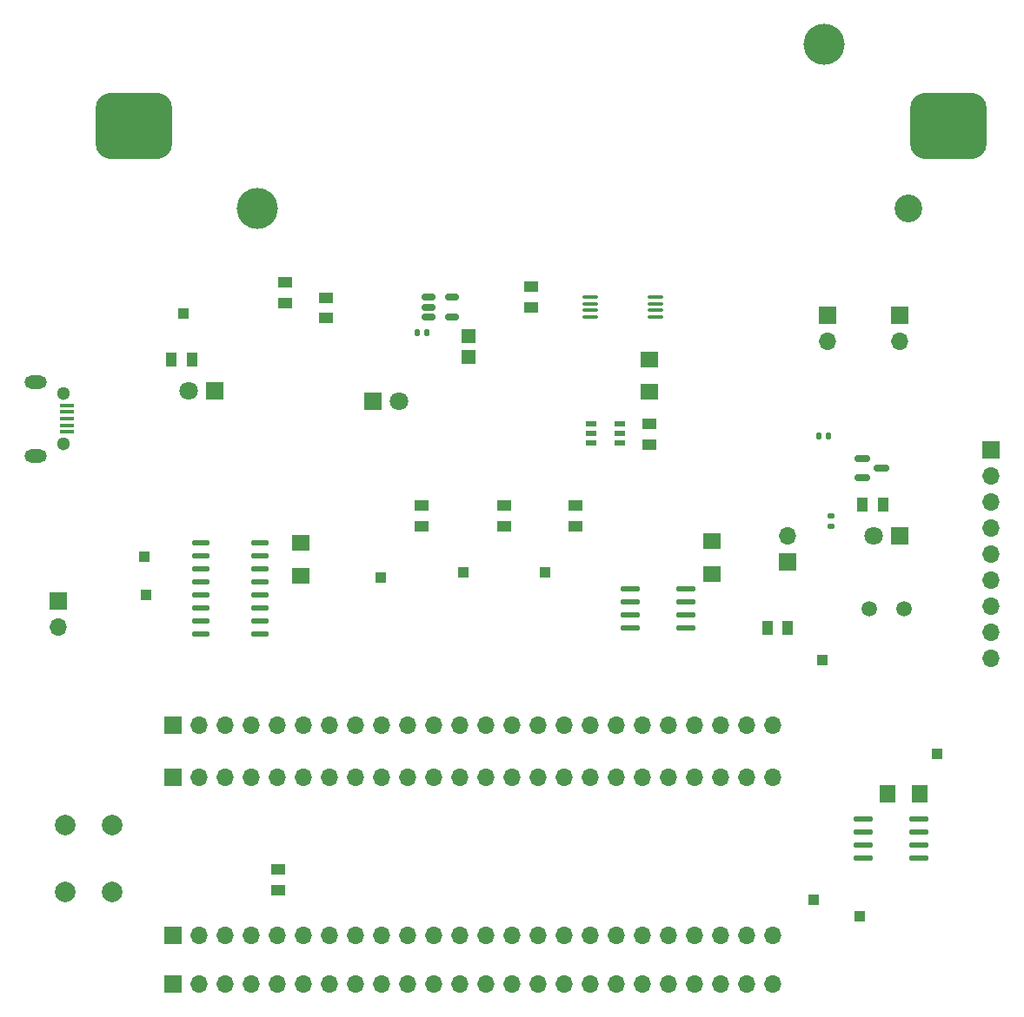
<source format=gbr>
%TF.GenerationSoftware,KiCad,Pcbnew,(7.0.0)*%
%TF.CreationDate,2023-04-24T10:58:27+02:00*%
%TF.ProjectId,Main Schematic,4d61696e-2053-4636-9865-6d617469632e,rev?*%
%TF.SameCoordinates,Original*%
%TF.FileFunction,Soldermask,Top*%
%TF.FilePolarity,Negative*%
%FSLAX46Y46*%
G04 Gerber Fmt 4.6, Leading zero omitted, Abs format (unit mm)*
G04 Created by KiCad (PCBNEW (7.0.0)) date 2023-04-24 10:58:27*
%MOMM*%
%LPD*%
G01*
G04 APERTURE LIST*
G04 Aperture macros list*
%AMRoundRect*
0 Rectangle with rounded corners*
0 $1 Rounding radius*
0 $2 $3 $4 $5 $6 $7 $8 $9 X,Y pos of 4 corners*
0 Add a 4 corners polygon primitive as box body*
4,1,4,$2,$3,$4,$5,$6,$7,$8,$9,$2,$3,0*
0 Add four circle primitives for the rounded corners*
1,1,$1+$1,$2,$3*
1,1,$1+$1,$4,$5*
1,1,$1+$1,$6,$7*
1,1,$1+$1,$8,$9*
0 Add four rect primitives between the rounded corners*
20,1,$1+$1,$2,$3,$4,$5,0*
20,1,$1+$1,$4,$5,$6,$7,0*
20,1,$1+$1,$6,$7,$8,$9,0*
20,1,$1+$1,$8,$9,$2,$3,0*%
G04 Aperture macros list end*
%ADD10R,1.000000X0.550013*%
%ADD11R,1.700000X1.700000*%
%ADD12O,1.700000X1.700000*%
%ADD13C,4.000000*%
%ADD14C,2.700000*%
%ADD15RoundRect,1.625000X-2.125000X-1.625000X2.125000X-1.625000X2.125000X1.625000X-2.125000X1.625000X0*%
%ADD16R,1.727991X1.485014*%
%ADD17R,1.000000X1.000000*%
%ADD18R,1.350013X1.410008*%
%ADD19RoundRect,0.150000X-0.512500X-0.150000X0.512500X-0.150000X0.512500X0.150000X-0.512500X0.150000X0*%
%ADD20R,1.132537X1.377013*%
%ADD21R,1.377013X1.132537*%
%ADD22RoundRect,0.140000X0.140000X0.170000X-0.140000X0.170000X-0.140000X-0.170000X0.140000X-0.170000X0*%
%ADD23RoundRect,0.140000X-0.170000X0.140000X-0.170000X-0.140000X0.170000X-0.140000X0.170000X0.140000X0*%
%ADD24R,1.485014X1.727991*%
%ADD25O,1.950216X0.568402*%
%ADD26R,1.800000X1.800000*%
%ADD27C,1.800000*%
%ADD28RoundRect,0.150000X-0.587500X-0.150000X0.587500X-0.150000X0.587500X0.150000X-0.587500X0.150000X0*%
%ADD29O,1.500000X0.400000*%
%ADD30R,1.400000X0.400000*%
%ADD31C,1.300000*%
%ADD32O,2.200000X1.300000*%
%ADD33O,1.745009X0.559995*%
%ADD34C,2.000000*%
%ADD35C,1.500000*%
G04 APERTURE END LIST*
D10*
%TO.C,IC1*%
X156812885Y-79109186D03*
X156812885Y-80059148D03*
X156812885Y-81009110D03*
X159612987Y-81009110D03*
X159612987Y-80059148D03*
X159612987Y-79109186D03*
%TD*%
D11*
%TO.C,J7*%
X104912885Y-96369186D03*
D12*
X104912885Y-98909186D03*
%TD*%
D13*
%TO.C,BT1*%
X124312886Y-58109187D03*
X179512886Y-42109187D03*
D14*
X187732886Y-58109187D03*
D15*
X191562886Y-50109187D03*
X112262886Y-50109187D03*
%TD*%
D16*
%TO.C,C6*%
X168528999Y-90540833D03*
X168528999Y-93725999D03*
%TD*%
%TO.C,C5*%
X162432999Y-76014582D03*
X162432999Y-72829416D03*
%TD*%
D17*
%TO.C,TP6*%
X113259999Y-92029999D03*
%TD*%
D18*
%TO.C,C3*%
X144879999Y-70589999D03*
X144879999Y-72589999D03*
%TD*%
D16*
%TO.C,C7*%
X128523999Y-90736416D03*
X128523999Y-93921582D03*
%TD*%
D19*
%TO.C,U2*%
X140982886Y-66779187D03*
X140982886Y-67729187D03*
X140982886Y-68679187D03*
X143257886Y-68679187D03*
X143257886Y-66779187D03*
%TD*%
D20*
%TO.C,R9*%
X173959999Y-98989999D03*
X175959999Y-98989999D03*
%TD*%
D21*
%TO.C,R2*%
X126980091Y-65326760D03*
X126980091Y-67326760D03*
%TD*%
D22*
%TO.C,C1*%
X179940000Y-80270000D03*
X178980000Y-80270000D03*
%TD*%
D23*
%TO.C,C2*%
X180175386Y-88109187D03*
X180175386Y-89069187D03*
%TD*%
D24*
%TO.C,C8*%
X188815165Y-115189999D03*
X185629999Y-115189999D03*
%TD*%
D21*
%TO.C,R7*%
X148312885Y-87109186D03*
X148312885Y-89109186D03*
%TD*%
D25*
%TO.C,U4*%
X183314894Y-117604995D03*
X183314894Y-118874998D03*
X183314894Y-120145000D03*
X183314894Y-121415003D03*
X188725104Y-121415003D03*
X188725104Y-120145000D03*
X188725104Y-118874998D03*
X188725104Y-117604995D03*
%TD*%
D26*
%TO.C,D3*%
X186894999Y-90049999D03*
D27*
X184355000Y-90050000D03*
%TD*%
D11*
%TO.C,J3*%
X116052885Y-113599186D03*
D12*
X118592885Y-113599186D03*
X121132885Y-113599186D03*
X123672885Y-113599186D03*
X126212885Y-113599186D03*
X128752885Y-113599186D03*
X131292885Y-113599186D03*
X133832885Y-113599186D03*
X136372885Y-113599186D03*
X138912885Y-113599186D03*
X141452885Y-113599186D03*
X143992885Y-113599186D03*
X146532885Y-113599186D03*
X149072885Y-113599186D03*
X151612885Y-113599186D03*
X154152885Y-113599186D03*
X156692885Y-113599186D03*
X159232885Y-113599186D03*
X161772885Y-113599186D03*
X164312885Y-113599186D03*
X166852885Y-113599186D03*
X169392885Y-113599186D03*
X171932885Y-113599186D03*
X174472885Y-113599186D03*
%TD*%
D17*
%TO.C,TP10*%
X178439999Y-125529999D03*
%TD*%
D11*
%TO.C,J8*%
X116052885Y-108519186D03*
D12*
X118592885Y-108519186D03*
X121132885Y-108519186D03*
X123672885Y-108519186D03*
X126212885Y-108519186D03*
X128752885Y-108519186D03*
X131292885Y-108519186D03*
X133832885Y-108519186D03*
X136372885Y-108519186D03*
X138912885Y-108519186D03*
X141452885Y-108519186D03*
X143992885Y-108519186D03*
X146532885Y-108519186D03*
X149072885Y-108519186D03*
X151612885Y-108519186D03*
X154152885Y-108519186D03*
X156692885Y-108519186D03*
X159232885Y-108519186D03*
X161772885Y-108519186D03*
X164312885Y-108519186D03*
X166852885Y-108519186D03*
X169392885Y-108519186D03*
X171932885Y-108519186D03*
X174472885Y-108519186D03*
%TD*%
D21*
%TO.C,R1*%
X126312885Y-122571686D03*
X126312885Y-124571686D03*
%TD*%
D22*
%TO.C,C4*%
X140815000Y-70231000D03*
X139855000Y-70231000D03*
%TD*%
D17*
%TO.C,TP7*%
X113459999Y-95799999D03*
%TD*%
D11*
%TO.C,J10*%
X175909999Y-92559999D03*
D12*
X175909999Y-90019999D03*
%TD*%
D21*
%TO.C,R8*%
X155312885Y-87109186D03*
X155312885Y-89109186D03*
%TD*%
D26*
%TO.C,D4*%
X120159999Y-75939999D03*
D27*
X117620000Y-75940000D03*
%TD*%
D26*
%TO.C,D1*%
X135572885Y-76909186D03*
D27*
X138112886Y-76909187D03*
%TD*%
D11*
%TO.C,J1*%
X116079999Y-129009999D03*
D12*
X118619999Y-129009999D03*
X121159999Y-129009999D03*
X123699999Y-129009999D03*
X126239999Y-129009999D03*
X128779999Y-129009999D03*
X131319999Y-129009999D03*
X133859999Y-129009999D03*
X136399999Y-129009999D03*
X138939999Y-129009999D03*
X141479999Y-129009999D03*
X144019999Y-129009999D03*
X146559999Y-129009999D03*
X149099999Y-129009999D03*
X151639999Y-129009999D03*
X154179999Y-129009999D03*
X156719999Y-129009999D03*
X159259999Y-129009999D03*
X161799999Y-129009999D03*
X164339999Y-129009999D03*
X166879999Y-129009999D03*
X169419999Y-129009999D03*
X171959999Y-129009999D03*
X174499999Y-129009999D03*
%TD*%
D17*
%TO.C,TP11*%
X182919999Y-127079999D03*
%TD*%
%TO.C,TP5*%
X179312885Y-102109186D03*
%TD*%
D11*
%TO.C,J4*%
X186812885Y-68569186D03*
D12*
X186812885Y-71109186D03*
%TD*%
D21*
%TO.C,R4*%
X150982885Y-67779186D03*
X150982885Y-65779186D03*
%TD*%
D20*
%TO.C,R12*%
X183209999Y-86949999D03*
X185209999Y-86949999D03*
%TD*%
D11*
%TO.C,J5*%
X179812885Y-68569186D03*
D12*
X179812885Y-71109186D03*
%TD*%
D17*
%TO.C,TP12*%
X190519999Y-111309999D03*
%TD*%
D28*
%TO.C,U1*%
X183172500Y-82500000D03*
X183172500Y-84400000D03*
X185047500Y-83450000D03*
%TD*%
D25*
%TO.C,IC2*%
X160607780Y-95204182D03*
X160607780Y-96474185D03*
X160607780Y-97744187D03*
X160607780Y-99014190D03*
X166017990Y-99014190D03*
X166017990Y-97744187D03*
X166017990Y-96474185D03*
X166017990Y-95204182D03*
%TD*%
D11*
%TO.C,J11*%
X195719999Y-81619999D03*
D12*
X195719999Y-84159999D03*
X195719999Y-86699999D03*
X195719999Y-89239999D03*
X195719999Y-91779999D03*
X195719999Y-94319999D03*
X195719999Y-96859999D03*
X195719999Y-99399999D03*
X195719999Y-101939999D03*
%TD*%
D17*
%TO.C,TP1*%
X117099999Y-68399999D03*
%TD*%
%TO.C,TP3*%
X144312885Y-93571686D03*
%TD*%
D21*
%TO.C,R3*%
X130982885Y-66816686D03*
X130982885Y-68816686D03*
%TD*%
D20*
%TO.C,R13*%
X115922816Y-72859999D03*
X117922816Y-72859999D03*
%TD*%
D17*
%TO.C,TP4*%
X152312885Y-93571686D03*
%TD*%
D29*
%TO.C,Q1*%
X156682530Y-66753913D03*
X156682530Y-67404154D03*
X156682530Y-68054396D03*
X156682530Y-68704637D03*
X163083342Y-68704637D03*
X163083342Y-68054396D03*
X163083342Y-67404154D03*
X163083342Y-66753913D03*
%TD*%
D21*
%TO.C,R5*%
X162432999Y-81136999D03*
X162432999Y-79136999D03*
%TD*%
D30*
%TO.C,J6*%
X105742172Y-77313024D03*
X105742172Y-77963012D03*
X105742172Y-78612999D03*
X105742172Y-79262986D03*
X105742172Y-79912974D03*
D31*
X105369554Y-81037943D03*
D32*
X102699500Y-82212948D03*
X102699500Y-75013050D03*
D31*
X105369554Y-76188057D03*
%TD*%
D33*
%TO.C,U3*%
X118767901Y-90689171D03*
X118767901Y-91959174D03*
X118767901Y-93229176D03*
X118767901Y-94499179D03*
X118767901Y-95769181D03*
X118767901Y-97039184D03*
X118767901Y-98309186D03*
X118767901Y-99579189D03*
X124512885Y-99579189D03*
X124512885Y-98309186D03*
X124512885Y-97039184D03*
X124512885Y-95769181D03*
X124512885Y-94499179D03*
X124512885Y-93229176D03*
X124512885Y-91959174D03*
X124512885Y-90689171D03*
%TD*%
D34*
%TO.C,SW1*%
X110112886Y-118209187D03*
X110112886Y-124709187D03*
X105612886Y-118209187D03*
X105612886Y-124709187D03*
%TD*%
D35*
%TO.C,R10*%
X183912886Y-97109187D03*
X187312886Y-97109187D03*
%TD*%
D17*
%TO.C,TP2*%
X136312885Y-94109186D03*
%TD*%
D21*
%TO.C,R6*%
X140312885Y-87109186D03*
X140312885Y-89109186D03*
%TD*%
D11*
%TO.C,J9*%
X116052885Y-133730999D03*
D12*
X118592885Y-133730999D03*
X121132885Y-133730999D03*
X123672885Y-133730999D03*
X126212885Y-133730999D03*
X128752885Y-133730999D03*
X131292885Y-133730999D03*
X133832885Y-133730999D03*
X136372885Y-133730999D03*
X138912885Y-133730999D03*
X141452885Y-133730999D03*
X143992885Y-133730999D03*
X146532885Y-133730999D03*
X149072885Y-133730999D03*
X151612885Y-133730999D03*
X154152885Y-133730999D03*
X156692885Y-133730999D03*
X159232885Y-133730999D03*
X161772885Y-133730999D03*
X164312885Y-133730999D03*
X166852885Y-133730999D03*
X169392885Y-133730999D03*
X171932885Y-133730999D03*
X174472885Y-133730999D03*
%TD*%
M02*

</source>
